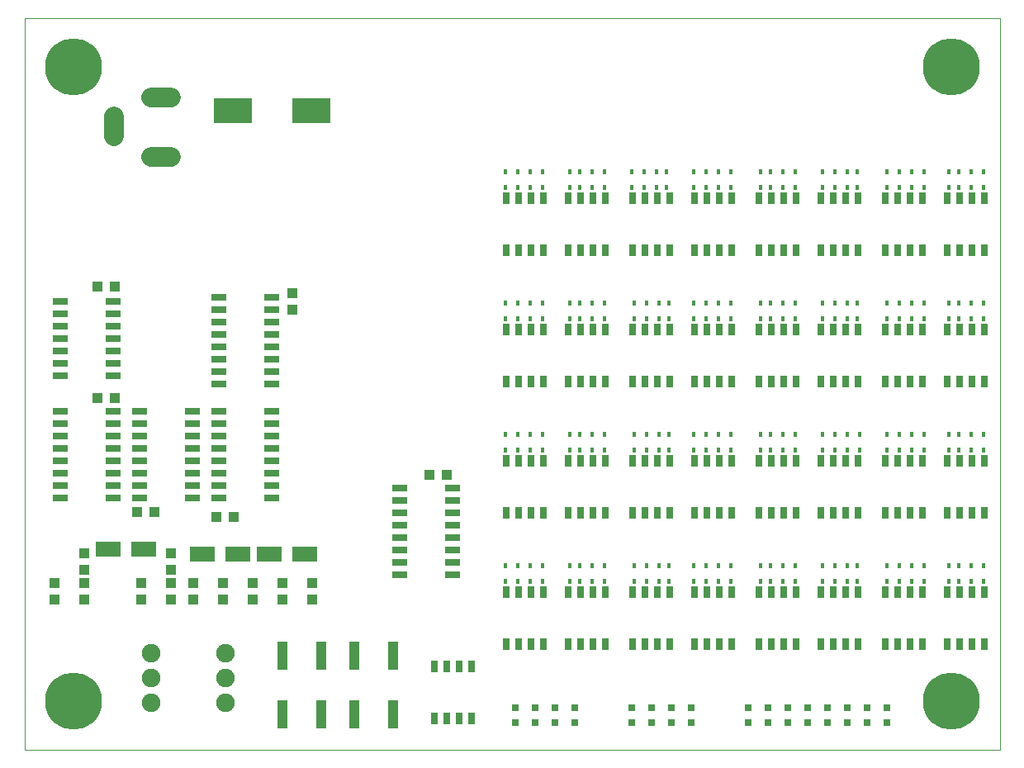
<source format=gts>
G75*
%MOIN*%
%OFA0B0*%
%FSLAX25Y25*%
%IPPOS*%
%LPD*%
%AMOC8*
5,1,8,0,0,1.08239X$1,22.5*
%
%ADD10C,0.00000*%
%ADD11R,0.10236X0.06299*%
%ADD12R,0.04331X0.03937*%
%ADD13R,0.03937X0.04331*%
%ADD14R,0.15748X0.09843*%
%ADD15R,0.01654X0.02165*%
%ADD16R,0.06004X0.02559*%
%ADD17C,0.07874*%
%ADD18R,0.03150X0.03150*%
%ADD19R,0.02992X0.05000*%
%ADD20C,0.07500*%
%ADD21R,0.03937X0.11811*%
%ADD22C,0.23000*%
D10*
X0056249Y0048303D02*
X0056249Y0343579D01*
X0449950Y0343579D01*
X0449950Y0048303D01*
X0056249Y0048303D01*
D11*
X0128162Y0127303D03*
X0142335Y0127303D03*
X0155162Y0127303D03*
X0169335Y0127303D03*
X0104335Y0129303D03*
X0090162Y0129303D03*
D12*
X0080249Y0127650D03*
X0080249Y0120957D03*
X0080249Y0115650D03*
X0080249Y0108957D03*
X0068249Y0108957D03*
X0068249Y0115650D03*
X0103249Y0115650D03*
X0103249Y0108957D03*
X0115249Y0108957D03*
X0115249Y0115650D03*
X0115249Y0120957D03*
X0115249Y0127650D03*
X0124249Y0115650D03*
X0124249Y0108957D03*
X0136249Y0108957D03*
X0136249Y0115650D03*
X0148249Y0115650D03*
X0148249Y0108957D03*
X0160249Y0108957D03*
X0160249Y0115650D03*
X0172249Y0115650D03*
X0172249Y0108957D03*
X0140595Y0142303D03*
X0133902Y0142303D03*
X0108595Y0144303D03*
X0101902Y0144303D03*
X0092595Y0190303D03*
X0085902Y0190303D03*
X0085902Y0235303D03*
X0092595Y0235303D03*
X0219902Y0159303D03*
X0226595Y0159303D03*
D13*
X0164249Y0225957D03*
X0164249Y0232650D03*
D14*
X0171997Y0306303D03*
X0140501Y0306303D03*
D15*
X0250249Y0281453D03*
X0255249Y0281453D03*
X0260249Y0281453D03*
X0265249Y0281453D03*
X0265249Y0275154D03*
X0260249Y0275154D03*
X0255249Y0275154D03*
X0250249Y0275154D03*
X0276249Y0275154D03*
X0280249Y0275154D03*
X0285249Y0275154D03*
X0290249Y0275154D03*
X0290249Y0281453D03*
X0285249Y0281453D03*
X0280249Y0281453D03*
X0276249Y0281453D03*
X0301249Y0281453D03*
X0306249Y0281453D03*
X0311249Y0281453D03*
X0315249Y0281453D03*
X0315249Y0275154D03*
X0311249Y0275154D03*
X0306249Y0275154D03*
X0301249Y0275154D03*
X0326249Y0275154D03*
X0331249Y0275154D03*
X0336249Y0275154D03*
X0341249Y0275154D03*
X0341249Y0281453D03*
X0336249Y0281453D03*
X0331249Y0281453D03*
X0326249Y0281453D03*
X0353249Y0281453D03*
X0357249Y0281453D03*
X0362249Y0281453D03*
X0367249Y0281453D03*
X0367249Y0275154D03*
X0362249Y0275154D03*
X0357249Y0275154D03*
X0353249Y0275154D03*
X0378249Y0275154D03*
X0383249Y0275154D03*
X0388249Y0275154D03*
X0392249Y0275154D03*
X0392249Y0281453D03*
X0388249Y0281453D03*
X0383249Y0281453D03*
X0378249Y0281453D03*
X0404249Y0281453D03*
X0409249Y0281453D03*
X0414249Y0281453D03*
X0419249Y0281453D03*
X0419249Y0275154D03*
X0414249Y0275154D03*
X0409249Y0275154D03*
X0404249Y0275154D03*
X0429249Y0275154D03*
X0433249Y0275154D03*
X0438249Y0275154D03*
X0443249Y0275154D03*
X0443249Y0281453D03*
X0438249Y0281453D03*
X0433249Y0281453D03*
X0429249Y0281453D03*
X0429249Y0228453D03*
X0433249Y0228453D03*
X0438249Y0228453D03*
X0443249Y0228453D03*
X0443249Y0222154D03*
X0438249Y0222154D03*
X0433249Y0222154D03*
X0429249Y0222154D03*
X0419249Y0222154D03*
X0414249Y0222154D03*
X0409249Y0222154D03*
X0404249Y0222154D03*
X0404249Y0228453D03*
X0409249Y0228453D03*
X0414249Y0228453D03*
X0419249Y0228453D03*
X0392249Y0228453D03*
X0388249Y0228453D03*
X0383249Y0228453D03*
X0378249Y0228453D03*
X0378249Y0222154D03*
X0383249Y0222154D03*
X0388249Y0222154D03*
X0392249Y0222154D03*
X0367249Y0222154D03*
X0362249Y0222154D03*
X0357249Y0222154D03*
X0353249Y0222154D03*
X0353249Y0228453D03*
X0357249Y0228453D03*
X0362249Y0228453D03*
X0367249Y0228453D03*
X0341249Y0228453D03*
X0336249Y0228453D03*
X0331249Y0228453D03*
X0326249Y0228453D03*
X0326249Y0222154D03*
X0331249Y0222154D03*
X0336249Y0222154D03*
X0341249Y0222154D03*
X0316249Y0222154D03*
X0312249Y0222154D03*
X0307249Y0222154D03*
X0302249Y0222154D03*
X0302249Y0228453D03*
X0307249Y0228453D03*
X0312249Y0228453D03*
X0316249Y0228453D03*
X0290249Y0228453D03*
X0285249Y0228453D03*
X0280249Y0228453D03*
X0276249Y0228453D03*
X0276249Y0222154D03*
X0280249Y0222154D03*
X0285249Y0222154D03*
X0290249Y0222154D03*
X0265249Y0222154D03*
X0260249Y0222154D03*
X0255249Y0222154D03*
X0250249Y0222154D03*
X0250249Y0228453D03*
X0255249Y0228453D03*
X0260249Y0228453D03*
X0265249Y0228453D03*
X0265249Y0175453D03*
X0260249Y0175453D03*
X0255249Y0175453D03*
X0250249Y0175453D03*
X0250249Y0169154D03*
X0255249Y0169154D03*
X0260249Y0169154D03*
X0265249Y0169154D03*
X0276249Y0169154D03*
X0280249Y0169154D03*
X0285249Y0169154D03*
X0290249Y0169154D03*
X0290249Y0175453D03*
X0285249Y0175453D03*
X0280249Y0175453D03*
X0276249Y0175453D03*
X0302249Y0175453D03*
X0307249Y0175453D03*
X0312249Y0175453D03*
X0316249Y0175453D03*
X0316249Y0169154D03*
X0312249Y0169154D03*
X0307249Y0169154D03*
X0302249Y0169154D03*
X0326249Y0169154D03*
X0331249Y0169154D03*
X0336249Y0169154D03*
X0341249Y0169154D03*
X0341249Y0175453D03*
X0336249Y0175453D03*
X0331249Y0175453D03*
X0326249Y0175453D03*
X0353249Y0175453D03*
X0357249Y0175453D03*
X0362249Y0175453D03*
X0367249Y0175453D03*
X0367249Y0169154D03*
X0362249Y0169154D03*
X0357249Y0169154D03*
X0353249Y0169154D03*
X0378249Y0169154D03*
X0383249Y0169154D03*
X0388249Y0169154D03*
X0393249Y0169154D03*
X0393249Y0175453D03*
X0388249Y0175453D03*
X0383249Y0175453D03*
X0378249Y0175453D03*
X0404249Y0175453D03*
X0409249Y0175453D03*
X0414249Y0175453D03*
X0419249Y0175453D03*
X0419249Y0169154D03*
X0414249Y0169154D03*
X0409249Y0169154D03*
X0404249Y0169154D03*
X0429249Y0169154D03*
X0433249Y0169154D03*
X0438249Y0169154D03*
X0443249Y0169154D03*
X0443249Y0175453D03*
X0438249Y0175453D03*
X0433249Y0175453D03*
X0429249Y0175453D03*
X0429249Y0122453D03*
X0433249Y0122453D03*
X0438249Y0122453D03*
X0443249Y0122453D03*
X0443249Y0116154D03*
X0438249Y0116154D03*
X0433249Y0116154D03*
X0429249Y0116154D03*
X0419249Y0116154D03*
X0414249Y0116154D03*
X0409249Y0116154D03*
X0404249Y0116154D03*
X0404249Y0122453D03*
X0409249Y0122453D03*
X0414249Y0122453D03*
X0419249Y0122453D03*
X0392249Y0122453D03*
X0388249Y0122453D03*
X0383249Y0122453D03*
X0378249Y0122453D03*
X0378249Y0116154D03*
X0383249Y0116154D03*
X0388249Y0116154D03*
X0392249Y0116154D03*
X0367249Y0116154D03*
X0362249Y0116154D03*
X0357249Y0116154D03*
X0353249Y0116154D03*
X0353249Y0122453D03*
X0357249Y0122453D03*
X0362249Y0122453D03*
X0367249Y0122453D03*
X0341249Y0122453D03*
X0336249Y0122453D03*
X0331249Y0122453D03*
X0326249Y0122453D03*
X0326249Y0116154D03*
X0331249Y0116154D03*
X0336249Y0116154D03*
X0341249Y0116154D03*
X0316249Y0116154D03*
X0312249Y0116154D03*
X0307249Y0116154D03*
X0302249Y0116154D03*
X0302249Y0122453D03*
X0307249Y0122453D03*
X0312249Y0122453D03*
X0316249Y0122453D03*
X0290249Y0122453D03*
X0285249Y0122453D03*
X0280249Y0122453D03*
X0276249Y0122453D03*
X0276249Y0116154D03*
X0280249Y0116154D03*
X0285249Y0116154D03*
X0290249Y0116154D03*
X0265249Y0116154D03*
X0260249Y0116154D03*
X0255249Y0116154D03*
X0250249Y0116154D03*
X0250249Y0122453D03*
X0255249Y0122453D03*
X0260249Y0122453D03*
X0265249Y0122453D03*
D16*
X0228926Y0123803D03*
X0228926Y0118803D03*
X0228926Y0128803D03*
X0228926Y0133803D03*
X0228926Y0138803D03*
X0228926Y0143803D03*
X0228926Y0148803D03*
X0228926Y0153803D03*
X0207572Y0153803D03*
X0207572Y0148803D03*
X0207572Y0143803D03*
X0207572Y0138803D03*
X0207572Y0133803D03*
X0207572Y0128803D03*
X0207572Y0123803D03*
X0207572Y0118803D03*
X0155926Y0149803D03*
X0155926Y0154803D03*
X0155926Y0159803D03*
X0155926Y0164803D03*
X0155926Y0169803D03*
X0155926Y0174803D03*
X0155926Y0179803D03*
X0155926Y0184803D03*
X0155926Y0195803D03*
X0155926Y0200803D03*
X0155926Y0205803D03*
X0155926Y0210803D03*
X0155926Y0215803D03*
X0155926Y0220803D03*
X0155926Y0225803D03*
X0155926Y0230803D03*
X0134572Y0230803D03*
X0134572Y0225803D03*
X0134572Y0220803D03*
X0134572Y0215803D03*
X0134572Y0210803D03*
X0134572Y0205803D03*
X0134572Y0200803D03*
X0134572Y0195803D03*
X0134572Y0184803D03*
X0134572Y0179803D03*
X0134572Y0174803D03*
X0134572Y0169803D03*
X0134572Y0164803D03*
X0134572Y0159803D03*
X0134572Y0154803D03*
X0134572Y0149803D03*
X0123926Y0149803D03*
X0123926Y0154803D03*
X0123926Y0159803D03*
X0123926Y0164803D03*
X0123926Y0169803D03*
X0123926Y0174803D03*
X0123926Y0179803D03*
X0123926Y0184803D03*
X0102572Y0184803D03*
X0102572Y0179803D03*
X0102572Y0174803D03*
X0102572Y0169803D03*
X0102572Y0164803D03*
X0102572Y0159803D03*
X0102572Y0154803D03*
X0102572Y0149803D03*
X0091926Y0149803D03*
X0091926Y0154803D03*
X0091926Y0159803D03*
X0091926Y0164803D03*
X0091926Y0169803D03*
X0091926Y0174803D03*
X0091926Y0179803D03*
X0091926Y0184803D03*
X0091926Y0199303D03*
X0091926Y0204303D03*
X0091926Y0209303D03*
X0091926Y0214303D03*
X0091926Y0219303D03*
X0091926Y0224303D03*
X0091926Y0229303D03*
X0070572Y0229303D03*
X0070572Y0224303D03*
X0070572Y0219303D03*
X0070572Y0214303D03*
X0070572Y0209303D03*
X0070572Y0204303D03*
X0070572Y0199303D03*
X0070572Y0184803D03*
X0070572Y0179803D03*
X0070572Y0174803D03*
X0070572Y0169803D03*
X0070572Y0164803D03*
X0070572Y0159803D03*
X0070572Y0154803D03*
X0070572Y0149803D03*
D17*
X0107375Y0287673D02*
X0115249Y0287673D01*
X0092414Y0295941D02*
X0092414Y0303815D01*
X0107375Y0311689D02*
X0115249Y0311689D01*
D18*
X0254249Y0065256D03*
X0254249Y0059350D03*
X0262249Y0059350D03*
X0262249Y0065256D03*
X0270249Y0065256D03*
X0270249Y0059350D03*
X0278249Y0059350D03*
X0278249Y0065256D03*
X0301249Y0065256D03*
X0301249Y0059350D03*
X0309249Y0059350D03*
X0309249Y0065256D03*
X0317249Y0065256D03*
X0317249Y0059350D03*
X0325249Y0059350D03*
X0325249Y0065256D03*
X0348249Y0065256D03*
X0348249Y0059350D03*
X0356249Y0059350D03*
X0356249Y0065256D03*
X0364249Y0065256D03*
X0364249Y0059350D03*
X0372249Y0059350D03*
X0372249Y0065256D03*
X0380249Y0065256D03*
X0380249Y0059350D03*
X0388249Y0059350D03*
X0388249Y0065256D03*
X0396249Y0065256D03*
X0396249Y0059350D03*
X0404249Y0059350D03*
X0404249Y0065256D03*
D19*
X0403749Y0090811D03*
X0408749Y0090811D03*
X0413749Y0090811D03*
X0418749Y0090811D03*
X0428749Y0090811D03*
X0433749Y0090811D03*
X0438749Y0090811D03*
X0443749Y0090811D03*
X0443749Y0111795D03*
X0438749Y0111795D03*
X0433749Y0111795D03*
X0428749Y0111795D03*
X0418749Y0111795D03*
X0413749Y0111795D03*
X0408749Y0111795D03*
X0403749Y0111795D03*
X0392749Y0111795D03*
X0387749Y0111795D03*
X0382749Y0111795D03*
X0377749Y0111795D03*
X0367749Y0111795D03*
X0362749Y0111795D03*
X0357749Y0111795D03*
X0352749Y0111795D03*
X0341749Y0111795D03*
X0336749Y0111795D03*
X0331749Y0111795D03*
X0326749Y0111795D03*
X0316749Y0111795D03*
X0311749Y0111795D03*
X0306749Y0111795D03*
X0301749Y0111795D03*
X0290749Y0111795D03*
X0285749Y0111795D03*
X0280749Y0111795D03*
X0275749Y0111795D03*
X0265749Y0111795D03*
X0260749Y0111795D03*
X0255749Y0111795D03*
X0250749Y0111795D03*
X0250749Y0090811D03*
X0255749Y0090811D03*
X0260749Y0090811D03*
X0265749Y0090811D03*
X0275749Y0090811D03*
X0280749Y0090811D03*
X0285749Y0090811D03*
X0290749Y0090811D03*
X0301749Y0090811D03*
X0306749Y0090811D03*
X0311749Y0090811D03*
X0316749Y0090811D03*
X0326749Y0090811D03*
X0331749Y0090811D03*
X0336749Y0090811D03*
X0341749Y0090811D03*
X0352749Y0090811D03*
X0357749Y0090811D03*
X0362749Y0090811D03*
X0367749Y0090811D03*
X0377749Y0090811D03*
X0382749Y0090811D03*
X0387749Y0090811D03*
X0392749Y0090811D03*
X0392749Y0143811D03*
X0387749Y0143811D03*
X0382749Y0143811D03*
X0377749Y0143811D03*
X0367749Y0143811D03*
X0362749Y0143811D03*
X0357749Y0143811D03*
X0352749Y0143811D03*
X0341749Y0143811D03*
X0336749Y0143811D03*
X0331749Y0143811D03*
X0326749Y0143811D03*
X0316749Y0143811D03*
X0311749Y0143811D03*
X0306749Y0143811D03*
X0301749Y0143811D03*
X0290749Y0143811D03*
X0285749Y0143811D03*
X0280749Y0143811D03*
X0275749Y0143811D03*
X0265749Y0143811D03*
X0260749Y0143811D03*
X0255749Y0143811D03*
X0250749Y0143811D03*
X0250749Y0164795D03*
X0255749Y0164795D03*
X0260749Y0164795D03*
X0265749Y0164795D03*
X0275749Y0164795D03*
X0280749Y0164795D03*
X0285749Y0164795D03*
X0290749Y0164795D03*
X0301749Y0164795D03*
X0306749Y0164795D03*
X0311749Y0164795D03*
X0316749Y0164795D03*
X0326749Y0164795D03*
X0331749Y0164795D03*
X0336749Y0164795D03*
X0341749Y0164795D03*
X0352749Y0164795D03*
X0357749Y0164795D03*
X0362749Y0164795D03*
X0367749Y0164795D03*
X0377749Y0164795D03*
X0382749Y0164795D03*
X0387749Y0164795D03*
X0392749Y0164795D03*
X0403749Y0164795D03*
X0408749Y0164795D03*
X0413749Y0164795D03*
X0418749Y0164795D03*
X0428749Y0164795D03*
X0433749Y0164795D03*
X0438749Y0164795D03*
X0443749Y0164795D03*
X0443749Y0143811D03*
X0438749Y0143811D03*
X0433749Y0143811D03*
X0428749Y0143811D03*
X0418749Y0143811D03*
X0413749Y0143811D03*
X0408749Y0143811D03*
X0403749Y0143811D03*
X0403749Y0196811D03*
X0408749Y0196811D03*
X0413749Y0196811D03*
X0418749Y0196811D03*
X0428749Y0196811D03*
X0433749Y0196811D03*
X0438749Y0196811D03*
X0443749Y0196811D03*
X0443749Y0217795D03*
X0438749Y0217795D03*
X0433749Y0217795D03*
X0428749Y0217795D03*
X0418749Y0217795D03*
X0413749Y0217795D03*
X0408749Y0217795D03*
X0403749Y0217795D03*
X0392749Y0217795D03*
X0387749Y0217795D03*
X0382749Y0217795D03*
X0377749Y0217795D03*
X0367749Y0217795D03*
X0362749Y0217795D03*
X0357749Y0217795D03*
X0352749Y0217795D03*
X0341749Y0217795D03*
X0336749Y0217795D03*
X0331749Y0217795D03*
X0326749Y0217795D03*
X0316749Y0217795D03*
X0311749Y0217795D03*
X0306749Y0217795D03*
X0301749Y0217795D03*
X0290749Y0217795D03*
X0285749Y0217795D03*
X0280749Y0217795D03*
X0275749Y0217795D03*
X0265749Y0217795D03*
X0260749Y0217795D03*
X0255749Y0217795D03*
X0250749Y0217795D03*
X0250749Y0196811D03*
X0255749Y0196811D03*
X0260749Y0196811D03*
X0265749Y0196811D03*
X0275749Y0196811D03*
X0280749Y0196811D03*
X0285749Y0196811D03*
X0290749Y0196811D03*
X0301749Y0196811D03*
X0306749Y0196811D03*
X0311749Y0196811D03*
X0316749Y0196811D03*
X0326749Y0196811D03*
X0331749Y0196811D03*
X0336749Y0196811D03*
X0341749Y0196811D03*
X0352749Y0196811D03*
X0357749Y0196811D03*
X0362749Y0196811D03*
X0367749Y0196811D03*
X0377749Y0196811D03*
X0382749Y0196811D03*
X0387749Y0196811D03*
X0392749Y0196811D03*
X0392749Y0249811D03*
X0387749Y0249811D03*
X0382749Y0249811D03*
X0377749Y0249811D03*
X0367749Y0249811D03*
X0362749Y0249811D03*
X0357749Y0249811D03*
X0352749Y0249811D03*
X0341749Y0249811D03*
X0336749Y0249811D03*
X0331749Y0249811D03*
X0326749Y0249811D03*
X0316749Y0249811D03*
X0311749Y0249811D03*
X0306749Y0249811D03*
X0301749Y0249811D03*
X0290749Y0249811D03*
X0285749Y0249811D03*
X0280749Y0249811D03*
X0275749Y0249811D03*
X0265749Y0249811D03*
X0260749Y0249811D03*
X0255749Y0249811D03*
X0250749Y0249811D03*
X0250749Y0270795D03*
X0255749Y0270795D03*
X0260749Y0270795D03*
X0265749Y0270795D03*
X0275749Y0270795D03*
X0280749Y0270795D03*
X0285749Y0270795D03*
X0290749Y0270795D03*
X0301749Y0270795D03*
X0306749Y0270795D03*
X0311749Y0270795D03*
X0316749Y0270795D03*
X0326749Y0270795D03*
X0331749Y0270795D03*
X0336749Y0270795D03*
X0341749Y0270795D03*
X0352749Y0270795D03*
X0357749Y0270795D03*
X0362749Y0270795D03*
X0367749Y0270795D03*
X0377749Y0270795D03*
X0382749Y0270795D03*
X0387749Y0270795D03*
X0392749Y0270795D03*
X0403749Y0270795D03*
X0408749Y0270795D03*
X0413749Y0270795D03*
X0418749Y0270795D03*
X0428749Y0270795D03*
X0433749Y0270795D03*
X0438749Y0270795D03*
X0443749Y0270795D03*
X0443749Y0249811D03*
X0438749Y0249811D03*
X0433749Y0249811D03*
X0428749Y0249811D03*
X0418749Y0249811D03*
X0413749Y0249811D03*
X0408749Y0249811D03*
X0403749Y0249811D03*
X0236749Y0081795D03*
X0231749Y0081795D03*
X0226749Y0081795D03*
X0221749Y0081795D03*
X0221749Y0060811D03*
X0226749Y0060811D03*
X0231749Y0060811D03*
X0236749Y0060811D03*
D20*
X0137249Y0067303D03*
X0137249Y0077303D03*
X0137249Y0087303D03*
X0107249Y0087303D03*
X0107249Y0077303D03*
X0107249Y0067303D03*
D21*
X0160375Y0062492D03*
X0176123Y0062492D03*
X0189375Y0062492D03*
X0205123Y0062492D03*
X0205123Y0086114D03*
X0189375Y0086114D03*
X0176123Y0086114D03*
X0160375Y0086114D03*
D22*
X0075934Y0067988D03*
X0075934Y0323894D03*
X0430265Y0323894D03*
X0430265Y0067988D03*
M02*

</source>
